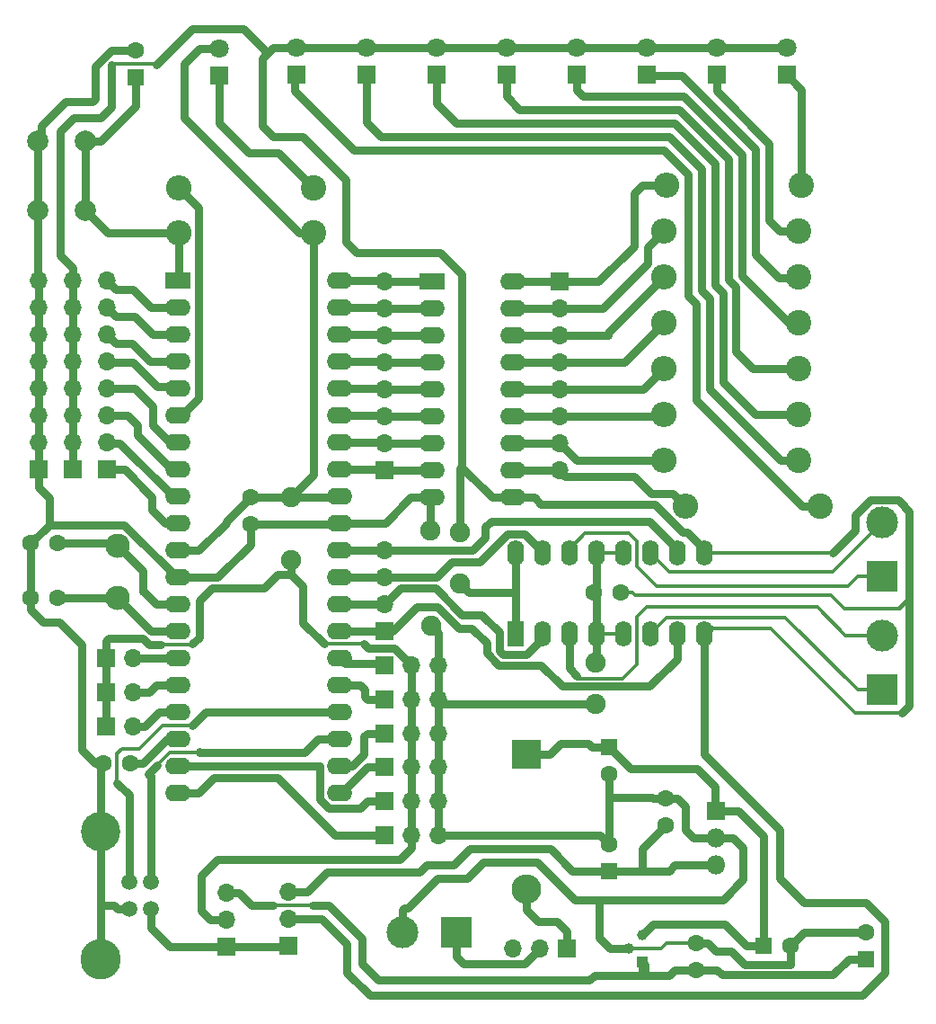
<source format=gbr>
G04 #@! TF.FileFunction,Copper,L2,Bot,Signal*
%FSLAX46Y46*%
G04 Gerber Fmt 4.6, Leading zero omitted, Abs format (unit mm)*
G04 Created by KiCad (PCBNEW 4.0.6) date Sat Sep  2 21:00:00 2017*
%MOMM*%
%LPD*%
G01*
G04 APERTURE LIST*
%ADD10C,0.100000*%
%ADD11C,1.520000*%
%ADD12C,3.700000*%
%ADD13C,3.800000*%
%ADD14R,1.600000X2.400000*%
%ADD15O,1.600000X2.400000*%
%ADD16R,1.700000X1.700000*%
%ADD17O,1.700000X1.700000*%
%ADD18R,3.000000X3.000000*%
%ADD19C,3.000000*%
%ADD20R,1.600000X1.600000*%
%ADD21C,1.600000*%
%ADD22R,1.800000X1.800000*%
%ADD23C,1.800000*%
%ADD24R,2.800000X2.800000*%
%ADD25O,2.800000X2.800000*%
%ADD26C,2.400000*%
%ADD27O,2.400000X2.400000*%
%ADD28C,2.000000*%
%ADD29R,2.400000X1.600000*%
%ADD30O,2.400000X1.600000*%
%ADD31O,1.800000X1.800000*%
%ADD32C,2.300000*%
%ADD33C,1.000000*%
%ADD34R,1.000000X1.000000*%
%ADD35C,1.910000*%
%ADD36C,0.800000*%
%ADD37C,0.300000*%
G04 APERTURE END LIST*
D10*
D11*
X99442000Y-139530000D03*
X99442000Y-142070000D03*
X97442000Y-142070000D03*
X97442000Y-139530000D03*
D12*
X94742000Y-134800000D03*
D13*
X94742000Y-146800000D03*
D14*
X133840000Y-116190000D03*
D15*
X151620000Y-108570000D03*
X136380000Y-116190000D03*
X149080000Y-108570000D03*
X138920000Y-116190000D03*
X146540000Y-108570000D03*
X141460000Y-116190000D03*
X144000000Y-108570000D03*
X144000000Y-116190000D03*
X141460000Y-108570000D03*
X146540000Y-116190000D03*
X138920000Y-108570000D03*
X149080000Y-116190000D03*
X136380000Y-108570000D03*
X151620000Y-116190000D03*
X133840000Y-108570000D03*
D16*
X106580000Y-145660000D03*
D17*
X106580000Y-143120000D03*
X106580000Y-140580000D03*
D18*
X168402000Y-121412000D03*
D19*
X168402000Y-116332000D03*
D20*
X98044000Y-63754000D03*
D21*
X98044000Y-61254000D03*
X108840000Y-105790000D03*
X108840000Y-103290000D03*
X88160000Y-107630000D03*
X90660000Y-107630000D03*
X88160000Y-112740000D03*
X90660000Y-112740000D03*
X97510000Y-128360000D03*
X95010000Y-128360000D03*
D20*
X142623255Y-126826989D03*
D21*
X142623255Y-129326989D03*
D20*
X157240000Y-145542000D03*
D21*
X159740000Y-145542000D03*
D20*
X142623255Y-138470989D03*
D21*
X142623255Y-135970989D03*
D20*
X166878000Y-146772000D03*
D21*
X166878000Y-144272000D03*
X150876000Y-147788000D03*
X150876000Y-145288000D03*
X147957255Y-134152989D03*
X147957255Y-131652989D03*
X141224000Y-112268000D03*
X143724000Y-112268000D03*
D22*
X105920000Y-63550000D03*
D23*
X105920000Y-61010000D03*
D24*
X134874000Y-127508000D03*
D25*
X134874000Y-140208000D03*
D22*
X159404000Y-63540000D03*
D23*
X159404000Y-61000000D03*
D22*
X152800000Y-63540000D03*
D23*
X152800000Y-61000000D03*
D22*
X146196000Y-63540000D03*
D23*
X146196000Y-61000000D03*
D22*
X139592000Y-63540000D03*
D23*
X139592000Y-61000000D03*
D22*
X132988000Y-63540000D03*
D23*
X132988000Y-61000000D03*
D22*
X126384000Y-63540000D03*
D23*
X126384000Y-61000000D03*
D22*
X119780000Y-63540000D03*
D23*
X119780000Y-61000000D03*
D22*
X113176000Y-63540000D03*
D23*
X113176000Y-61000000D03*
D16*
X121510000Y-135130000D03*
D17*
X124050000Y-135130000D03*
X126590000Y-135130000D03*
D16*
X121510000Y-131930000D03*
D17*
X124050000Y-131930000D03*
X126590000Y-131930000D03*
D16*
X121510000Y-128720000D03*
D17*
X124050000Y-128720000D03*
X126590000Y-128720000D03*
D16*
X112450000Y-145530000D03*
D17*
X112450000Y-142990000D03*
X112450000Y-140450000D03*
D16*
X121510000Y-125530000D03*
D17*
X124050000Y-125530000D03*
X126590000Y-125530000D03*
D16*
X121510000Y-122330000D03*
D17*
X124050000Y-122330000D03*
X126590000Y-122330000D03*
D16*
X121510000Y-119130000D03*
D17*
X124050000Y-119130000D03*
X126590000Y-119130000D03*
D16*
X95370000Y-100670000D03*
D17*
X95370000Y-98130000D03*
X95370000Y-95590000D03*
X95370000Y-93050000D03*
X95370000Y-90510000D03*
X95370000Y-87970000D03*
X95370000Y-85430000D03*
X95370000Y-82890000D03*
D16*
X88870000Y-100670000D03*
D17*
X88870000Y-98130000D03*
X88870000Y-95590000D03*
X88870000Y-93050000D03*
X88870000Y-90510000D03*
X88870000Y-87970000D03*
X88870000Y-85430000D03*
X88870000Y-82890000D03*
D16*
X121510000Y-115920000D03*
D17*
X121510000Y-113380000D03*
X121510000Y-110840000D03*
X121510000Y-108300000D03*
D16*
X92120000Y-100670000D03*
D17*
X92120000Y-98130000D03*
X92120000Y-95590000D03*
X92120000Y-93050000D03*
X92120000Y-90510000D03*
X92120000Y-87970000D03*
X92120000Y-85430000D03*
X92120000Y-82890000D03*
D16*
X138684000Y-145796000D03*
D17*
X136144000Y-145796000D03*
X133604000Y-145796000D03*
D18*
X128270000Y-144272000D03*
D19*
X123190000Y-144272000D03*
D18*
X168402000Y-110744000D03*
D19*
X168402000Y-105664000D03*
D16*
X121500000Y-100750000D03*
D17*
X121500000Y-98210000D03*
X121500000Y-95670000D03*
X121500000Y-93130000D03*
X121500000Y-90590000D03*
X121500000Y-88050000D03*
X121500000Y-85510000D03*
X121500000Y-82970000D03*
D16*
X138000000Y-83000000D03*
D17*
X138000000Y-85540000D03*
X138000000Y-88080000D03*
X138000000Y-90620000D03*
X138000000Y-93160000D03*
X138000000Y-95700000D03*
X138000000Y-98240000D03*
X138000000Y-100780000D03*
D26*
X114770000Y-74140000D03*
D27*
X102070000Y-74140000D03*
D26*
X114780000Y-78400000D03*
D27*
X102080000Y-78400000D03*
D26*
X160782000Y-73914000D03*
D27*
X148082000Y-73914000D03*
D26*
X160528000Y-82550000D03*
D27*
X147828000Y-82550000D03*
D26*
X160528000Y-91186000D03*
D27*
X147828000Y-91186000D03*
D26*
X160528000Y-99822000D03*
D27*
X147828000Y-99822000D03*
D26*
X160528000Y-78232000D03*
D27*
X147828000Y-78232000D03*
D26*
X160528000Y-86868000D03*
D27*
X147828000Y-86868000D03*
D26*
X160528000Y-95504000D03*
D27*
X147828000Y-95504000D03*
D26*
X162540000Y-104140000D03*
D27*
X149840000Y-104140000D03*
D28*
X88820000Y-69780000D03*
X93320000Y-69780000D03*
X88820000Y-76280000D03*
X93320000Y-76280000D03*
D29*
X102000000Y-82900000D03*
D30*
X117240000Y-131160000D03*
X102000000Y-85440000D03*
X117240000Y-128620000D03*
X102000000Y-87980000D03*
X117240000Y-126080000D03*
X102000000Y-90520000D03*
X117240000Y-123540000D03*
X102000000Y-93060000D03*
X117240000Y-121000000D03*
X102000000Y-95600000D03*
X117240000Y-118460000D03*
X102000000Y-98140000D03*
X117240000Y-115920000D03*
X102000000Y-100680000D03*
X117240000Y-113380000D03*
X102000000Y-103220000D03*
X117240000Y-110840000D03*
X102000000Y-105760000D03*
X117240000Y-108300000D03*
X102000000Y-108300000D03*
X117240000Y-105760000D03*
X102000000Y-110840000D03*
X117240000Y-103220000D03*
X102000000Y-113380000D03*
X117240000Y-100680000D03*
X102000000Y-115920000D03*
X117240000Y-98140000D03*
X102000000Y-118460000D03*
X117240000Y-95600000D03*
X102000000Y-121000000D03*
X117240000Y-93060000D03*
X102000000Y-123540000D03*
X117240000Y-90520000D03*
X102000000Y-126080000D03*
X117240000Y-87980000D03*
X102000000Y-128620000D03*
X117240000Y-85440000D03*
X102000000Y-131160000D03*
X117240000Y-82900000D03*
D22*
X152758000Y-132842000D03*
D31*
X152758000Y-135382000D03*
X152758000Y-137922000D03*
D29*
X126000000Y-83000000D03*
D30*
X133620000Y-103320000D03*
X126000000Y-85540000D03*
X133620000Y-100780000D03*
X126000000Y-88080000D03*
X133620000Y-98240000D03*
X126000000Y-90620000D03*
X133620000Y-95700000D03*
X126000000Y-93160000D03*
X133620000Y-93160000D03*
X126000000Y-95700000D03*
X133620000Y-90620000D03*
X126000000Y-98240000D03*
X133620000Y-88080000D03*
X126000000Y-100780000D03*
X133620000Y-85540000D03*
X126000000Y-103320000D03*
X133620000Y-83000000D03*
D32*
X96340000Y-107850000D03*
X96340000Y-112750000D03*
D16*
X95240000Y-118470000D03*
D17*
X97780000Y-118470000D03*
D16*
X95220000Y-121680000D03*
D17*
X97760000Y-121680000D03*
D16*
X95220000Y-124860000D03*
D17*
X97760000Y-124860000D03*
D33*
X144526000Y-145796000D03*
X145796000Y-144526000D03*
D34*
X145796000Y-147066000D03*
D35*
X141430000Y-122800000D03*
X141430000Y-118870000D03*
X125840000Y-106400000D03*
X125890000Y-115400000D03*
X112730000Y-109250000D03*
X112700000Y-103290000D03*
X128650000Y-106570000D03*
X128650000Y-111410000D03*
D36*
X94734213Y-69780000D02*
X93320000Y-69780000D01*
X98044000Y-66470213D02*
X94734213Y-69780000D01*
X98044000Y-63754000D02*
X98044000Y-66470213D01*
X93320000Y-76280000D02*
X93320000Y-69780000D01*
X102080000Y-78400000D02*
X95440000Y-78400000D01*
X95440000Y-78400000D02*
X93320000Y-76280000D01*
X102080000Y-78400000D02*
X102080000Y-82820000D01*
X102080000Y-82820000D02*
X102000000Y-82900000D01*
X142520000Y-141224000D02*
X141732000Y-141224000D01*
X141732000Y-141224000D02*
X139446000Y-141224000D01*
X142748000Y-145796000D02*
X141732000Y-144780000D01*
X141732000Y-144780000D02*
X141732000Y-141224000D01*
X144526000Y-145796000D02*
X142748000Y-145796000D01*
D37*
X147574000Y-145796000D02*
X148082000Y-145288000D01*
X148082000Y-145288000D02*
X150876000Y-145288000D01*
X144526000Y-145796000D02*
X147574000Y-145796000D01*
D36*
X142520000Y-141224000D02*
X153376000Y-141224000D01*
X154352000Y-135382000D02*
X152758000Y-135382000D01*
X155290000Y-136320000D02*
X154352000Y-135382000D01*
X155290000Y-139310000D02*
X155290000Y-136320000D01*
X153376000Y-141224000D02*
X155290000Y-139310000D01*
X95368011Y-61603989D02*
X95718000Y-61254000D01*
X95718000Y-61254000D02*
X98044000Y-61254000D01*
X95343783Y-61603989D02*
X95368011Y-61603989D01*
X147957255Y-131652989D02*
X149088625Y-131652989D01*
X149088625Y-131652989D02*
X149860000Y-132424364D01*
X149860000Y-132424364D02*
X149860000Y-134620000D01*
X149860000Y-134620000D02*
X150622000Y-135382000D01*
X150622000Y-135382000D02*
X153162000Y-135382000D01*
X89154000Y-69446000D02*
X88820000Y-69780000D01*
X95343783Y-61603989D02*
X94234000Y-62713772D01*
X94234000Y-62713772D02*
X94234000Y-65786000D01*
X94234000Y-65786000D02*
X93980000Y-66040000D01*
X93980000Y-66040000D02*
X91440000Y-66040000D01*
X91440000Y-66040000D02*
X89154000Y-68326000D01*
X89154000Y-68326000D02*
X89154000Y-69446000D01*
X166878000Y-144272000D02*
X161010000Y-144272000D01*
X161010000Y-144272000D02*
X159740000Y-145542000D01*
X155417990Y-147289990D02*
X159766000Y-147289990D01*
X159740000Y-145542000D02*
X159740000Y-146673370D01*
X159740000Y-146673370D02*
X159766000Y-146699370D01*
X159766000Y-146699370D02*
X159766000Y-147289990D01*
X150876000Y-145288000D02*
X152007370Y-145288000D01*
X154178000Y-146050000D02*
X155417990Y-147289990D01*
X152007370Y-145288000D02*
X152769370Y-146050000D01*
X152769370Y-146050000D02*
X154178000Y-146050000D01*
X141430000Y-122800000D02*
X127060000Y-122800000D01*
X127060000Y-122800000D02*
X126590000Y-122330000D01*
X141460000Y-116190000D02*
X141460000Y-118840000D01*
X141460000Y-118840000D02*
X141430000Y-118870000D01*
X125840000Y-106400000D02*
X125840000Y-103480000D01*
X125840000Y-103480000D02*
X126000000Y-103320000D01*
X126590000Y-119130000D02*
X126590000Y-116100000D01*
X126590000Y-116100000D02*
X125890000Y-115400000D01*
X88820000Y-76280000D02*
X88820000Y-82840000D01*
X88820000Y-82840000D02*
X88870000Y-82890000D01*
X88820000Y-69780000D02*
X88820000Y-76280000D01*
X123190000Y-142150680D02*
X123190000Y-144272000D01*
X139446000Y-141224000D02*
X135890000Y-137668000D01*
X129286000Y-139192000D02*
X126492000Y-139192000D01*
X123354680Y-141986000D02*
X123190000Y-142150680D01*
X135890000Y-137668000D02*
X130810000Y-137668000D01*
X130810000Y-137668000D02*
X129286000Y-139192000D01*
X126492000Y-139192000D02*
X123698000Y-141986000D01*
X123698000Y-141986000D02*
X123354680Y-141986000D01*
X126590000Y-135130000D02*
X141782266Y-135130000D01*
X141782266Y-135130000D02*
X142623255Y-135970989D01*
X142623255Y-135970989D02*
X142623255Y-131572000D01*
X142623255Y-131572000D02*
X142623255Y-129326989D01*
X147957255Y-131652989D02*
X146825885Y-131652989D01*
X146825885Y-131652989D02*
X146744896Y-131572000D01*
X146744896Y-131572000D02*
X142623255Y-131572000D01*
X148211255Y-131398989D02*
X147957255Y-131652989D01*
X141460000Y-108570000D02*
X141460000Y-112032000D01*
X141460000Y-112032000D02*
X141460000Y-116190000D01*
X94742000Y-136709188D02*
X94742000Y-141732000D01*
X94742000Y-141732000D02*
X94742000Y-146800000D01*
X97442000Y-142070000D02*
X96367198Y-142070000D01*
X96367198Y-142070000D02*
X96029198Y-141732000D01*
X96029198Y-141732000D02*
X94742000Y-141732000D01*
X94742000Y-134800000D02*
X94742000Y-136709188D01*
X126590000Y-122330000D02*
X126590000Y-119130000D01*
X126590000Y-125530000D02*
X126590000Y-122330000D01*
X126590000Y-128720000D02*
X126590000Y-125530000D01*
X126590000Y-131930000D02*
X126590000Y-128720000D01*
X126590000Y-135130000D02*
X126590000Y-131930000D01*
D37*
X141460000Y-108570000D02*
X144000000Y-108570000D01*
X144000000Y-116190000D02*
X141460000Y-116190000D01*
D36*
X94742000Y-134800000D02*
X94742000Y-128628000D01*
X94742000Y-128628000D02*
X95010000Y-128360000D01*
X88160000Y-112740000D02*
X88160000Y-113871370D01*
X88160000Y-113871370D02*
X89338630Y-115050000D01*
X89338630Y-115050000D02*
X90860000Y-115050000D01*
X90860000Y-115050000D02*
X92970000Y-117160000D01*
X92970000Y-127110000D02*
X94220000Y-128360000D01*
X94220000Y-128360000D02*
X95010000Y-128360000D01*
X92970000Y-117160000D02*
X92970000Y-127110000D01*
X123990000Y-103310000D02*
X121540000Y-105760000D01*
X121540000Y-105760000D02*
X117240000Y-105760000D01*
X126000000Y-103320000D02*
X124000000Y-103320000D01*
X124000000Y-103320000D02*
X123990000Y-103310000D01*
X88870000Y-100670000D02*
X88870000Y-102320000D01*
X88870000Y-102320000D02*
X89890000Y-103340000D01*
X89890000Y-103340000D02*
X89890000Y-105900000D01*
X88870000Y-100670000D02*
X88870000Y-98130000D01*
X88870000Y-98130000D02*
X88870000Y-95590000D01*
X88870000Y-95590000D02*
X88870000Y-93050000D01*
X88870000Y-93050000D02*
X88870000Y-90510000D01*
X88870000Y-90510000D02*
X88870000Y-87970000D01*
X88870000Y-87970000D02*
X88870000Y-85430000D01*
X88870000Y-82890000D02*
X88870000Y-85430000D01*
X108840000Y-105790000D02*
X117210000Y-105790000D01*
X117210000Y-105790000D02*
X117240000Y-105760000D01*
X105780000Y-110840000D02*
X108840000Y-107780000D01*
X108840000Y-107780000D02*
X108840000Y-105790000D01*
X102000000Y-110840000D02*
X105780000Y-110840000D01*
X88160000Y-112740000D02*
X88160000Y-107630000D01*
X96980002Y-105900000D02*
X89890000Y-105900000D01*
X89890000Y-105900000D02*
X88160000Y-107630000D01*
X102000000Y-110840000D02*
X101920002Y-110840000D01*
X101920002Y-110840000D02*
X96980002Y-105900000D01*
X114780000Y-78400000D02*
X113452000Y-78400000D01*
X113452000Y-78400000D02*
X102616000Y-67564000D01*
X102616000Y-67564000D02*
X102616000Y-62484000D01*
X102616000Y-62484000D02*
X104090000Y-61010000D01*
X104090000Y-61010000D02*
X105920000Y-61010000D01*
X124050000Y-135130000D02*
X124050000Y-136332081D01*
X105090000Y-143120000D02*
X106580000Y-143120000D01*
X124050000Y-136332081D02*
X122968081Y-137414000D01*
X122968081Y-137414000D02*
X105746000Y-137414000D01*
X104220000Y-138940000D02*
X104220000Y-142250000D01*
X105746000Y-137414000D02*
X104220000Y-138940000D01*
X104220000Y-142250000D02*
X105090000Y-143120000D01*
X114780000Y-78400000D02*
X114780000Y-101210000D01*
X114780000Y-101210000D02*
X112700000Y-103290000D01*
X124050000Y-135130000D02*
X124050000Y-131930000D01*
X124050000Y-131930000D02*
X124050000Y-128720000D01*
D37*
X100390000Y-117180000D02*
X102766359Y-117180000D01*
D36*
X99355773Y-117180000D02*
X100390000Y-117180000D01*
D37*
X103350000Y-117180000D02*
X103420000Y-117110000D01*
D36*
X104070000Y-116460000D02*
X103420000Y-117110000D01*
X104070000Y-116460000D02*
X104070000Y-113040000D01*
X104070000Y-113040000D02*
X105269990Y-111840010D01*
X105269990Y-111840010D02*
X110139990Y-111840010D01*
X110139990Y-111840010D02*
X111379427Y-110600573D01*
X111379427Y-110600573D02*
X112730000Y-110600573D01*
D37*
X102766359Y-117180000D02*
X103350000Y-117180000D01*
D36*
X95490000Y-116570000D02*
X98745773Y-116570000D01*
X98745773Y-116570000D02*
X99355773Y-117180000D01*
X95240000Y-118470000D02*
X95240000Y-116820000D01*
X95240000Y-116820000D02*
X95490000Y-116570000D01*
X124050000Y-125530000D02*
X124050000Y-128720000D01*
X124050000Y-122330000D02*
X124050000Y-125530000D01*
X124050000Y-119130000D02*
X124050000Y-122330000D01*
X124050000Y-119130000D02*
X122450000Y-117530000D01*
X122450000Y-117530000D02*
X120000000Y-117530000D01*
X120000000Y-117530000D02*
X119590001Y-117120001D01*
X113800000Y-111670573D02*
X113800000Y-115120000D01*
X113800000Y-115120000D02*
X115800001Y-117120001D01*
D37*
X120000000Y-117530000D02*
X122450000Y-117530000D01*
X119590001Y-117120001D02*
X120000000Y-117530000D01*
X113800000Y-115120000D02*
X115800001Y-117120001D01*
X115800001Y-117120001D02*
X119590001Y-117120001D01*
D36*
X112730000Y-109250000D02*
X112730000Y-110600573D01*
X112730000Y-110600573D02*
X113800000Y-111670573D01*
X112970000Y-103290000D02*
X117170000Y-103290000D01*
X112490000Y-103290000D02*
X112970000Y-103290000D01*
X112970000Y-103290000D02*
X112700000Y-103290000D01*
X108840000Y-103290000D02*
X112490000Y-103290000D01*
X95240000Y-118470000D02*
X95240000Y-121660000D01*
X95240000Y-121660000D02*
X95220000Y-121680000D01*
X95220000Y-124860000D02*
X95220000Y-121680000D01*
X117170000Y-103290000D02*
X117240000Y-103220000D01*
X106580000Y-105720000D02*
X106580000Y-105550000D01*
X106580000Y-105550000D02*
X108840000Y-103290000D01*
X102000000Y-108300000D02*
X104000000Y-108300000D01*
X104000000Y-108300000D02*
X106580000Y-105720000D01*
X90660000Y-107630000D02*
X96120000Y-107630000D01*
X96120000Y-107630000D02*
X96340000Y-107850000D01*
X98700000Y-112150000D02*
X98700000Y-110210000D01*
X98700000Y-110210000D02*
X96340000Y-107850000D01*
X98770000Y-112150000D02*
X98700000Y-112150000D01*
X102000000Y-113380000D02*
X100000000Y-113380000D01*
X100000000Y-113380000D02*
X98770000Y-112150000D01*
X90660000Y-112740000D02*
X96330000Y-112740000D01*
X96330000Y-112740000D02*
X96340000Y-112750000D01*
X96340000Y-112750000D02*
X99510000Y-115920000D01*
X99510000Y-115920000D02*
X102000000Y-115920000D01*
X102000000Y-126080000D02*
X101010000Y-126080000D01*
X101010000Y-126080000D02*
X98730000Y-128360000D01*
X98730000Y-128360000D02*
X97510000Y-128360000D01*
X105920000Y-63550000D02*
X105920000Y-66800000D01*
X105920000Y-66800000D02*
X105918000Y-66802000D01*
X105918000Y-66802000D02*
X105918000Y-68072000D01*
X105918000Y-68072000D02*
X108736000Y-70890000D01*
X108736000Y-70890000D02*
X111520000Y-70890000D01*
X111520000Y-70890000D02*
X114770000Y-74140000D01*
D37*
X101263641Y-127330000D02*
X100076000Y-128517641D01*
D36*
X99230000Y-129363641D02*
X100076000Y-128517641D01*
X99230000Y-129363641D02*
X99442000Y-129575641D01*
X99442000Y-129575641D02*
X99442000Y-139530000D01*
X113860000Y-127330000D02*
X104110000Y-127330000D01*
X104050000Y-127270000D02*
X104050000Y-127330000D01*
X104110000Y-127330000D02*
X104050000Y-127270000D01*
D37*
X113990000Y-127330000D02*
X113860000Y-127330000D01*
X104050000Y-127330000D02*
X101263641Y-127330000D01*
D36*
X117240000Y-126080000D02*
X115240000Y-126080000D01*
X115240000Y-126080000D02*
X113990000Y-127330000D01*
X96300000Y-130210000D02*
X97442000Y-131352000D01*
X97442000Y-131352000D02*
X97442000Y-139530000D01*
X104640000Y-123540000D02*
X117240000Y-123540000D01*
X103380000Y-124800000D02*
X104640000Y-123540000D01*
D37*
X100580000Y-124800000D02*
X103380000Y-124800000D01*
X98360000Y-127020000D02*
X100580000Y-124800000D01*
X96740000Y-127020000D02*
X98360000Y-127020000D01*
X96300000Y-127460000D02*
X96740000Y-127020000D01*
X96300000Y-130210000D02*
X96300000Y-127460000D01*
X96670000Y-130580000D02*
X96300000Y-130210000D01*
D36*
X102070000Y-74140000D02*
X104000000Y-76070000D01*
X104000000Y-76070000D02*
X104000000Y-94000000D01*
X104000000Y-94000000D02*
X102400000Y-95600000D01*
X102400000Y-95600000D02*
X102000000Y-95600000D01*
X145796000Y-144526000D02*
X146812000Y-143510000D01*
X153608000Y-143510000D02*
X155640000Y-145542000D01*
X146812000Y-143510000D02*
X153608000Y-143510000D01*
X155640000Y-145542000D02*
X157240000Y-145542000D01*
X142623255Y-126826989D02*
X144655255Y-128858989D01*
X144655255Y-128858989D02*
X150956989Y-128858989D01*
X150956989Y-128858989D02*
X152672979Y-130574979D01*
X152672979Y-130574979D02*
X152672979Y-132569021D01*
X152672979Y-132569021D02*
X152654000Y-132588000D01*
X152654000Y-132588000D02*
X152908000Y-132842000D01*
X152908000Y-132842000D02*
X154862000Y-132842000D01*
X154862000Y-132842000D02*
X157240000Y-135220000D01*
X157240000Y-135220000D02*
X157240000Y-143942000D01*
X157240000Y-143942000D02*
X157240000Y-145542000D01*
X142623255Y-126826989D02*
X141023255Y-126826989D01*
X141023255Y-126826989D02*
X140688266Y-126492000D01*
X140688266Y-126492000D02*
X138090000Y-126492000D01*
X134874000Y-127508000D02*
X137074000Y-127508000D01*
X137074000Y-127508000D02*
X138090000Y-126492000D01*
X102000000Y-128620000D02*
X115395772Y-128620000D01*
X119229990Y-132560010D02*
X119860000Y-131930000D01*
X115395772Y-128620000D02*
X115439990Y-128575782D01*
X115439990Y-131739903D02*
X116260097Y-132560010D01*
X115439990Y-128575782D02*
X115439990Y-131739903D01*
X116260097Y-132560010D02*
X119229990Y-132560010D01*
X119860000Y-131930000D02*
X121510000Y-131930000D01*
X102000000Y-131160000D02*
X104000000Y-131160000D01*
X104000000Y-131160000D02*
X105450000Y-129710000D01*
X105450000Y-129710000D02*
X111410000Y-129710000D01*
X111410000Y-129710000D02*
X116830000Y-135130000D01*
X116830000Y-135130000D02*
X121510000Y-135130000D01*
X117510000Y-131160000D02*
X117510000Y-131070000D01*
X117510000Y-131070000D02*
X119860000Y-128720000D01*
X119860000Y-128720000D02*
X121510000Y-128720000D01*
X117240000Y-131160000D02*
X117510000Y-131160000D01*
X117240000Y-128620000D02*
X118470000Y-128620000D01*
X118470000Y-128620000D02*
X119560000Y-127530000D01*
X119560000Y-127530000D02*
X119560000Y-125830000D01*
X119560000Y-125830000D02*
X119860000Y-125530000D01*
X119860000Y-125530000D02*
X121510000Y-125530000D01*
X121510000Y-115920000D02*
X122240000Y-115920000D01*
X129710000Y-115630000D02*
X131120000Y-117040000D01*
X122240000Y-115920000D02*
X124540000Y-113620000D01*
X146459990Y-121110010D02*
X149080000Y-118490000D01*
X124540000Y-113620000D02*
X126530000Y-113620000D01*
X126530000Y-113620000D02*
X128540000Y-115630000D01*
X128540000Y-115630000D02*
X129710000Y-115630000D01*
X131120000Y-117040000D02*
X131120000Y-117964229D01*
X149080000Y-118490000D02*
X149080000Y-116190000D01*
X131120000Y-117964229D02*
X132255781Y-119100010D01*
X132255781Y-119100010D02*
X136239990Y-119100010D01*
X136239990Y-119100010D02*
X138249990Y-121110010D01*
X138249990Y-121110010D02*
X146459990Y-121110010D01*
X117240000Y-115920000D02*
X121510000Y-115920000D01*
X136380000Y-116190000D02*
X136380000Y-116590000D01*
X132340000Y-116010000D02*
X130680000Y-114350000D01*
X136380000Y-116590000D02*
X134870000Y-118100000D01*
X134870000Y-118100000D02*
X132669998Y-118100000D01*
X132669998Y-118100000D02*
X132340000Y-117770002D01*
X132340000Y-117770002D02*
X132340000Y-116010000D01*
X130680000Y-114350000D02*
X128790000Y-114350000D01*
X128790000Y-114350000D02*
X126300000Y-111860000D01*
X126300000Y-111860000D02*
X123030000Y-111860000D01*
X123030000Y-111860000D02*
X121510000Y-113380000D01*
X117240000Y-113380000D02*
X121510000Y-113380000D01*
X136380000Y-108570000D02*
X136380000Y-108430000D01*
X136380000Y-108430000D02*
X134719990Y-106769990D01*
X126420000Y-110840000D02*
X121510000Y-110840000D01*
X134719990Y-106769990D02*
X133090010Y-106769990D01*
X133090010Y-106769990D02*
X130470000Y-109390000D01*
X130470000Y-109390000D02*
X127870000Y-109390000D01*
X127870000Y-109390000D02*
X126420000Y-110840000D01*
X117240000Y-110840000D02*
X121510000Y-110840000D01*
X121510000Y-108300000D02*
X129780000Y-108300000D01*
X131555773Y-105540000D02*
X146450000Y-105540000D01*
X129780000Y-108300000D02*
X131005773Y-107074227D01*
X131005773Y-107074227D02*
X131005773Y-106090000D01*
X146450000Y-105540000D02*
X149080000Y-108170000D01*
X149080000Y-108170000D02*
X149080000Y-108570000D01*
X131005773Y-106090000D02*
X131555773Y-105540000D01*
X117240000Y-108300000D02*
X121510000Y-108300000D01*
D37*
X159300011Y-114610011D02*
X166102000Y-121412000D01*
X148119989Y-114610011D02*
X159300011Y-114610011D01*
X146540000Y-116190000D02*
X148119989Y-114610011D01*
X166102000Y-121412000D02*
X168402000Y-121412000D01*
D36*
X139652000Y-120110000D02*
X138920000Y-119378000D01*
X138920000Y-119378000D02*
X138920000Y-116190000D01*
D37*
X145280000Y-118364000D02*
X145280000Y-114562000D01*
X145280000Y-119010000D02*
X145280000Y-118364000D01*
X139652000Y-120110000D02*
X139870000Y-120360000D01*
X139870000Y-120360000D02*
X143930000Y-120360000D01*
X143930000Y-120360000D02*
X145280000Y-119010000D01*
X145280000Y-114562000D02*
X146202000Y-113640000D01*
X146202000Y-113640000D02*
X162278000Y-113640000D01*
X162278000Y-113640000D02*
X164970000Y-116332000D01*
X164970000Y-116332000D02*
X168402000Y-116332000D01*
X145430000Y-109980000D02*
X145430087Y-109980000D01*
X165146000Y-111700000D02*
X166102000Y-110744000D01*
X145430087Y-109980000D02*
X147150087Y-111700000D01*
X147150087Y-111700000D02*
X165146000Y-111700000D01*
X166102000Y-110744000D02*
X168402000Y-110744000D01*
X145288000Y-109838000D02*
X145430000Y-109980000D01*
X138920000Y-108570000D02*
X138920000Y-108170000D01*
X138920000Y-108170000D02*
X140410000Y-106680000D01*
X140410000Y-106680000D02*
X144566359Y-106680000D01*
X144566359Y-106680000D02*
X145288000Y-107401641D01*
X145288000Y-107401641D02*
X145288000Y-109838000D01*
X168402000Y-105664000D02*
X163716000Y-110350000D01*
X163716000Y-110350000D02*
X148320000Y-110350000D01*
X148320000Y-110350000D02*
X146540000Y-108570000D01*
D36*
X160528000Y-86868000D02*
X159588000Y-86868000D01*
X155210000Y-82490000D02*
X155210000Y-71070000D01*
X139592000Y-64952000D02*
X139592000Y-63540000D01*
X159588000Y-86868000D02*
X155210000Y-82490000D01*
X155210000Y-71070000D02*
X149690000Y-65550000D01*
X149690000Y-65550000D02*
X140190000Y-65550000D01*
X140190000Y-65550000D02*
X139592000Y-64952000D01*
X160528000Y-91186000D02*
X160504000Y-91210000D01*
X160504000Y-91210000D02*
X156170000Y-91210000D01*
X156170000Y-91210000D02*
X154560000Y-89600000D01*
X154560000Y-89600000D02*
X154560000Y-83450000D01*
X154560000Y-83450000D02*
X153950000Y-82840000D01*
X153950000Y-82840000D02*
X153950000Y-71470000D01*
X153950000Y-71470000D02*
X149240000Y-66760000D01*
X149240000Y-66760000D02*
X134190000Y-66760000D01*
X134190000Y-66760000D02*
X132988000Y-65558000D01*
X132988000Y-65558000D02*
X132988000Y-63540000D01*
X160528000Y-95504000D02*
X156464000Y-95504000D01*
X156464000Y-95504000D02*
X153416000Y-92456000D01*
X126380000Y-66182000D02*
X126380000Y-63544000D01*
X153416000Y-92456000D02*
X153416000Y-84074000D01*
X153416000Y-84074000D02*
X152654000Y-83312000D01*
X152654000Y-83312000D02*
X152654000Y-71882000D01*
X152654000Y-71882000D02*
X148844000Y-68072000D01*
X148844000Y-68072000D02*
X128270000Y-68072000D01*
X128270000Y-68072000D02*
X126380000Y-66182000D01*
X126380000Y-63544000D02*
X126384000Y-63540000D01*
X160528000Y-99822000D02*
X158830944Y-99822000D01*
X158830944Y-99822000D02*
X152146000Y-93137056D01*
X152146000Y-93137056D02*
X152146000Y-84582000D01*
X152146000Y-84582000D02*
X151384000Y-83820000D01*
X151384000Y-83820000D02*
X151384000Y-72390000D01*
X151384000Y-72390000D02*
X148336000Y-69342000D01*
X148336000Y-69342000D02*
X121158000Y-69342000D01*
X121158000Y-69342000D02*
X119780000Y-67964000D01*
X119780000Y-67964000D02*
X119780000Y-63540000D01*
X150876000Y-93472000D02*
X150876000Y-92030000D01*
X162540000Y-104140000D02*
X160842944Y-104140000D01*
X150876000Y-92030000D02*
X150876000Y-85049130D01*
X160842944Y-104140000D02*
X150876000Y-94173056D01*
X150876000Y-94173056D02*
X150876000Y-92030000D01*
X150876000Y-85049130D02*
X150114000Y-84287130D01*
X150114000Y-84287130D02*
X150114000Y-72898000D01*
X113030000Y-65024000D02*
X113030000Y-63686000D01*
X150114000Y-72898000D02*
X147828000Y-70612000D01*
X147828000Y-70612000D02*
X118618000Y-70612000D01*
X118618000Y-70612000D02*
X113030000Y-65024000D01*
X113030000Y-63686000D02*
X113176000Y-63540000D01*
X121500000Y-100750000D02*
X125970000Y-100750000D01*
X125970000Y-100750000D02*
X126000000Y-100780000D01*
X117240000Y-100680000D02*
X121430000Y-100680000D01*
X121430000Y-100680000D02*
X121500000Y-100750000D01*
X121500000Y-98210000D02*
X125970000Y-98210000D01*
X125970000Y-98210000D02*
X126000000Y-98240000D01*
X117240000Y-98140000D02*
X121430000Y-98140000D01*
X121430000Y-98140000D02*
X121500000Y-98210000D01*
X121500000Y-95670000D02*
X125970000Y-95670000D01*
X125970000Y-95670000D02*
X126000000Y-95700000D01*
X117240000Y-95600000D02*
X121430000Y-95600000D01*
X121430000Y-95600000D02*
X121500000Y-95670000D01*
X121500000Y-93130000D02*
X125970000Y-93130000D01*
X125970000Y-93130000D02*
X126000000Y-93160000D01*
X117240000Y-93060000D02*
X121430000Y-93060000D01*
X121430000Y-93060000D02*
X121500000Y-93130000D01*
X126000000Y-90620000D02*
X121530000Y-90620000D01*
X121530000Y-90620000D02*
X121500000Y-90590000D01*
X117240000Y-90520000D02*
X121430000Y-90520000D01*
X121430000Y-90520000D02*
X121500000Y-90590000D01*
X121500000Y-88050000D02*
X125970000Y-88050000D01*
X125970000Y-88050000D02*
X126000000Y-88080000D01*
X117240000Y-87980000D02*
X121430000Y-87980000D01*
X121430000Y-87980000D02*
X121500000Y-88050000D01*
X126000000Y-85540000D02*
X121530000Y-85540000D01*
X121530000Y-85540000D02*
X121500000Y-85510000D01*
X117240000Y-85440000D02*
X121430000Y-85440000D01*
X121430000Y-85440000D02*
X121500000Y-85510000D01*
X121500000Y-82970000D02*
X125970000Y-82970000D01*
X125970000Y-82970000D02*
X126000000Y-83000000D01*
X117240000Y-82900000D02*
X121430000Y-82900000D01*
X121430000Y-82900000D02*
X121500000Y-82970000D01*
X138000000Y-83000000D02*
X141674000Y-83000000D01*
X141674000Y-83000000D02*
X145034000Y-79640000D01*
X145796000Y-73914000D02*
X148082000Y-73914000D01*
X145034000Y-79640000D02*
X145034000Y-74676000D01*
X145034000Y-74676000D02*
X145796000Y-73914000D01*
X133620000Y-83000000D02*
X138000000Y-83000000D01*
X146304000Y-81280000D02*
X146304000Y-79756000D01*
X146304000Y-79756000D02*
X147828000Y-78232000D01*
X142044000Y-85540000D02*
X146304000Y-81280000D01*
X138000000Y-85540000D02*
X142044000Y-85540000D01*
X133620000Y-85540000D02*
X138000000Y-85540000D01*
X142552000Y-88080000D02*
X142552000Y-87826000D01*
X142552000Y-87826000D02*
X147828000Y-82550000D01*
X138000000Y-88080000D02*
X142552000Y-88080000D01*
X133620000Y-88080000D02*
X138000000Y-88080000D01*
X138000000Y-90620000D02*
X144076000Y-90620000D01*
X144076000Y-90620000D02*
X147828000Y-86868000D01*
X133620000Y-90620000D02*
X138000000Y-90620000D01*
X138000000Y-93160000D02*
X145854000Y-93160000D01*
X145854000Y-93160000D02*
X147828000Y-91186000D01*
X133620000Y-93160000D02*
X138000000Y-93160000D01*
X138000000Y-95700000D02*
X147632000Y-95700000D01*
X147632000Y-95700000D02*
X147828000Y-95504000D01*
X133620000Y-95700000D02*
X138000000Y-95700000D01*
X138000000Y-98240000D02*
X139582000Y-99822000D01*
X139582000Y-99822000D02*
X147828000Y-99822000D01*
X138000000Y-98240000D02*
X133620000Y-98240000D01*
X149840000Y-104140000D02*
X148640001Y-102940001D01*
X148640001Y-102940001D02*
X146610001Y-102940001D01*
X146610001Y-102940001D02*
X145000000Y-101330000D01*
X138550000Y-101330000D02*
X138000000Y-100780000D01*
X145000000Y-101330000D02*
X138550000Y-101330000D01*
X133620000Y-100780000D02*
X138000000Y-100780000D01*
X145796000Y-147066000D02*
X146050000Y-147320000D01*
X146050000Y-147320000D02*
X146050000Y-148336000D01*
X146050000Y-148336000D02*
X148336000Y-148336000D01*
X148336000Y-148336000D02*
X148884000Y-147788000D01*
X148884000Y-147788000D02*
X150876000Y-147788000D01*
X145796000Y-147066000D02*
X145796000Y-148336000D01*
X120910000Y-148780000D02*
X119382001Y-147252001D01*
X145796000Y-148336000D02*
X141274000Y-148336000D01*
X141274000Y-148336000D02*
X140830000Y-148780000D01*
X140830000Y-148780000D02*
X120910000Y-148780000D01*
X119382001Y-147252001D02*
X119382001Y-144872001D01*
X119382001Y-144872001D02*
X116260000Y-141750000D01*
X116260000Y-141750000D02*
X114710000Y-141750000D01*
X153329370Y-148290000D02*
X163760000Y-148290000D01*
X163760000Y-148290000D02*
X165278000Y-146772000D01*
X165278000Y-146772000D02*
X166878000Y-146772000D01*
X150876000Y-147788000D02*
X152827370Y-147788000D01*
X152827370Y-147788000D02*
X153329370Y-148290000D01*
D37*
X110990000Y-141750000D02*
X114710000Y-141750000D01*
D36*
X108952081Y-141750000D02*
X110990000Y-141750000D01*
X106580000Y-140580000D02*
X107782081Y-140580000D01*
X107782081Y-140580000D02*
X108952081Y-141750000D01*
X145755011Y-138470989D02*
X148295011Y-138470989D01*
X150368000Y-137922000D02*
X153162000Y-137922000D01*
X148295011Y-138470989D02*
X148844000Y-137922000D01*
X148844000Y-137922000D02*
X150368000Y-137922000D01*
X116050000Y-138640000D02*
X114240000Y-140450000D01*
X114240000Y-140450000D02*
X112450000Y-140450000D01*
X124758000Y-138640000D02*
X116050000Y-138640000D01*
X125476000Y-137922000D02*
X124758000Y-138640000D01*
X142623255Y-138470989D02*
X139232989Y-138470989D01*
X139232989Y-138470989D02*
X137160000Y-136398000D01*
X137160000Y-136398000D02*
X129540000Y-136398000D01*
X129540000Y-136398000D02*
X128016000Y-137922000D01*
X128016000Y-137922000D02*
X125476000Y-137922000D01*
X145755011Y-138470989D02*
X145755011Y-136355233D01*
X145755011Y-136355233D02*
X147957255Y-134152989D01*
X142623255Y-138470989D02*
X145755011Y-138470989D01*
D37*
X143724000Y-112268000D02*
X144855370Y-112268000D01*
X144855370Y-112268000D02*
X145109370Y-112522000D01*
X145109370Y-112522000D02*
X163068000Y-112522000D01*
X163068000Y-112522000D02*
X163070000Y-112520000D01*
X163070000Y-112520000D02*
X163570000Y-112520000D01*
X163570000Y-112520000D02*
X164090000Y-113040000D01*
X164090000Y-113040000D02*
X164842000Y-113792000D01*
X164842000Y-113792000D02*
X169958000Y-113792000D01*
X169958000Y-113792000D02*
X170710000Y-113040000D01*
X164842000Y-113792000D02*
X170118000Y-113792000D01*
X170118000Y-113792000D02*
X170870000Y-113040000D01*
D36*
X113176000Y-61000000D02*
X119780000Y-61000000D01*
X119780000Y-61000000D02*
X126384000Y-61000000D01*
X126384000Y-61000000D02*
X132988000Y-61000000D01*
X132988000Y-61000000D02*
X139592000Y-61000000D01*
X139592000Y-61000000D02*
X146196000Y-61000000D01*
X146196000Y-61000000D02*
X152800000Y-61000000D01*
X152800000Y-61000000D02*
X159404000Y-61000000D01*
X112450000Y-142990000D02*
X113652081Y-142990000D01*
X113652081Y-142990000D02*
X113662081Y-143000000D01*
X113662081Y-143000000D02*
X115570000Y-143000000D01*
X120110000Y-150210000D02*
X166528000Y-150210000D01*
X168656000Y-143256000D02*
X166878000Y-141478000D01*
X115570000Y-143000000D02*
X117950000Y-145380000D01*
X166878000Y-141478000D02*
X161036000Y-141478000D01*
X117950000Y-145380000D02*
X117950000Y-148050000D01*
X117950000Y-148050000D02*
X120110000Y-150210000D01*
X166528000Y-150210000D02*
X168656000Y-148082000D01*
X168656000Y-148082000D02*
X168656000Y-143256000D01*
X161036000Y-141478000D02*
X158750000Y-139192000D01*
X158750000Y-139192000D02*
X158750000Y-134620000D01*
X158750000Y-134620000D02*
X151620000Y-127490000D01*
X151620000Y-127490000D02*
X151620000Y-116190000D01*
X92120000Y-82890000D02*
X92120000Y-81687919D01*
X92120000Y-81687919D02*
X90932000Y-80499919D01*
X90932000Y-80499919D02*
X90932000Y-68834000D01*
X90932000Y-68834000D02*
X92202000Y-67564000D01*
X92202000Y-67564000D02*
X94742000Y-67564000D01*
X94742000Y-67564000D02*
X95758000Y-66548000D01*
X95758000Y-66548000D02*
X95758000Y-62603999D01*
X133840000Y-116190000D02*
X133840000Y-108570000D01*
X128650000Y-106570000D02*
X128650000Y-100606000D01*
X128650000Y-100606000D02*
X128778000Y-100478000D01*
D37*
X133840000Y-112250000D02*
X133840000Y-108570000D01*
X133840000Y-114690000D02*
X133840000Y-112250000D01*
D36*
X133840000Y-112250000D02*
X129490000Y-112250000D01*
X129490000Y-112250000D02*
X128650000Y-111410000D01*
X133620000Y-103320000D02*
X135620000Y-103320000D01*
X135620000Y-103320000D02*
X136240009Y-103940009D01*
X151620000Y-108170000D02*
X151620000Y-108570000D01*
X136240009Y-103940009D02*
X146990009Y-103940009D01*
X146990009Y-103940009D02*
X149620000Y-106570000D01*
X149620000Y-106570000D02*
X150020000Y-106570000D01*
X150020000Y-106570000D02*
X151620000Y-108170000D01*
X170950000Y-113120000D02*
X170950000Y-116892002D01*
X170950000Y-116892002D02*
X170970000Y-116912002D01*
X170970000Y-116912002D02*
X170970000Y-122924002D01*
X170970000Y-122924002D02*
X170274002Y-123620000D01*
D37*
X170274002Y-123620000D02*
X165870000Y-123620000D01*
X157920000Y-115670000D02*
X152140000Y-115670000D01*
X165870000Y-123620000D02*
X157920000Y-115670000D01*
D36*
X152140000Y-115670000D02*
X151620000Y-116190000D01*
D37*
X151620000Y-108570000D02*
X163710000Y-108570000D01*
D36*
X170502001Y-104122001D02*
X170502001Y-104192001D01*
X163710000Y-108570000D02*
X165860000Y-106420000D01*
X165860000Y-106420000D02*
X165860000Y-104990000D01*
X165860000Y-104990000D02*
X167340000Y-103510000D01*
X167340000Y-103510000D02*
X169890000Y-103510000D01*
X169890000Y-103510000D02*
X170502001Y-104122001D01*
X170502001Y-104192001D02*
X170950000Y-104640000D01*
X170950000Y-104640000D02*
X170950000Y-113120000D01*
X170870000Y-113040000D02*
X170950000Y-113120000D01*
X109982000Y-61976000D02*
X110236000Y-61722000D01*
X110236000Y-61722000D02*
X110958000Y-61000000D01*
X99956001Y-62603999D02*
X103378000Y-59182000D01*
X103378000Y-59182000D02*
X108204000Y-59182000D01*
X108204000Y-59182000D02*
X110236000Y-61214000D01*
X110236000Y-61214000D02*
X110236000Y-61722000D01*
D37*
X95758000Y-62603999D02*
X95877999Y-62484000D01*
X95877999Y-62484000D02*
X99836002Y-62484000D01*
X99836002Y-62484000D02*
X99956001Y-62603999D01*
D36*
X133620000Y-103320000D02*
X131620000Y-103320000D01*
X131620000Y-103320000D02*
X128778000Y-100478000D01*
X117856000Y-73406000D02*
X113792000Y-69342000D01*
X128778000Y-100478000D02*
X128778000Y-82296000D01*
X128778000Y-82296000D02*
X126746000Y-80264000D01*
X118872000Y-80264000D02*
X117856000Y-79248000D01*
X110998000Y-69342000D02*
X109982000Y-68326000D01*
X126746000Y-80264000D02*
X118872000Y-80264000D01*
X117856000Y-79248000D02*
X117856000Y-73406000D01*
X113792000Y-69342000D02*
X110998000Y-69342000D01*
X109982000Y-68326000D02*
X109982000Y-61976000D01*
X110958000Y-61000000D02*
X113176000Y-61000000D01*
D37*
X133840000Y-116190000D02*
X133840000Y-114690000D01*
X133840000Y-103540000D02*
X133620000Y-103320000D01*
D36*
X92120000Y-85430000D02*
X92120000Y-82890000D01*
X92120000Y-87970000D02*
X92120000Y-85430000D01*
X92120000Y-90510000D02*
X92120000Y-87970000D01*
X92120000Y-93050000D02*
X92120000Y-90510000D01*
X92120000Y-95590000D02*
X92120000Y-93050000D01*
X92120000Y-98130000D02*
X92120000Y-95590000D01*
X92120000Y-100670000D02*
X92120000Y-98130000D01*
X106580000Y-145660000D02*
X112320000Y-145660000D01*
X112320000Y-145660000D02*
X112450000Y-145530000D01*
X99442000Y-143822000D02*
X101280000Y-145660000D01*
X101280000Y-145660000D02*
X106580000Y-145660000D01*
X99442000Y-142070000D02*
X99442000Y-143822000D01*
X134874000Y-140208000D02*
X134874000Y-142187898D01*
X137794000Y-143256000D02*
X138684000Y-144146000D01*
X134874000Y-142187898D02*
X135942102Y-143256000D01*
X135942102Y-143256000D02*
X137794000Y-143256000D01*
X138684000Y-144146000D02*
X138684000Y-145796000D01*
X160782000Y-73914000D02*
X160782000Y-64918000D01*
X160782000Y-64918000D02*
X159404000Y-63540000D01*
X160528000Y-78232000D02*
X158752000Y-78232000D01*
X158752000Y-78232000D02*
X157760000Y-77240000D01*
X157760000Y-77240000D02*
X157760000Y-70010000D01*
X157760000Y-70010000D02*
X152800000Y-65050000D01*
X152800000Y-65050000D02*
X152800000Y-63540000D01*
X160528000Y-82550000D02*
X160428000Y-82650000D01*
X156430000Y-80410000D02*
X156430000Y-70490000D01*
X160428000Y-82650000D02*
X158670000Y-82650000D01*
X149530000Y-63590000D02*
X146146000Y-63590000D01*
X158670000Y-82650000D02*
X156430000Y-80410000D01*
X156430000Y-70490000D02*
X149530000Y-63590000D01*
X146146000Y-63590000D02*
X146196000Y-63540000D01*
X102000000Y-118460000D02*
X97790000Y-118460000D01*
X97790000Y-118460000D02*
X97780000Y-118470000D01*
X102000000Y-121000000D02*
X100000000Y-121000000D01*
X100000000Y-121000000D02*
X99320000Y-121680000D01*
X99320000Y-121680000D02*
X97760000Y-121680000D01*
X102000000Y-123540000D02*
X100220000Y-123540000D01*
X100220000Y-123540000D02*
X98900000Y-124860000D01*
X98900000Y-124860000D02*
X97760000Y-124860000D01*
X119660000Y-121420000D02*
X119660000Y-122130000D01*
X119660000Y-122130000D02*
X119860000Y-122330000D01*
X119860000Y-122330000D02*
X121510000Y-122330000D01*
X117240000Y-121000000D02*
X119240000Y-121000000D01*
X119240000Y-121000000D02*
X119660000Y-121420000D01*
X117240000Y-118460000D02*
X117730000Y-118950000D01*
X117730000Y-118950000D02*
X121330000Y-118950000D01*
X121330000Y-118950000D02*
X121510000Y-119130000D01*
X95370000Y-100670000D02*
X97020000Y-100670000D01*
X97020000Y-100670000D02*
X99600000Y-103250000D01*
X99600000Y-103250000D02*
X99600000Y-104510000D01*
X99600000Y-104510000D02*
X100850000Y-105760000D01*
X100850000Y-105760000D02*
X102000000Y-105760000D01*
X95370000Y-98130000D02*
X95410000Y-98170000D01*
X95410000Y-98170000D02*
X96550000Y-98170000D01*
X96550000Y-98170000D02*
X101600000Y-103220000D01*
X101600000Y-103220000D02*
X102000000Y-103220000D01*
X95370000Y-95590000D02*
X97280000Y-95590000D01*
X97280000Y-95590000D02*
X98210000Y-96520000D01*
X98210000Y-96520000D02*
X98210000Y-97490000D01*
X98210000Y-97490000D02*
X101400000Y-100680000D01*
X101400000Y-100680000D02*
X102000000Y-100680000D01*
X95370000Y-93050000D02*
X95390000Y-93070000D01*
X95390000Y-93070000D02*
X97970000Y-93070000D01*
X97970000Y-93070000D02*
X99630000Y-94730000D01*
X99630000Y-94730000D02*
X99630000Y-96520000D01*
X99630000Y-96520000D02*
X101250000Y-98140000D01*
X101250000Y-98140000D02*
X102000000Y-98140000D01*
X95370000Y-90510000D02*
X95450000Y-90590000D01*
X95450000Y-90590000D02*
X97770000Y-90590000D01*
X97770000Y-90590000D02*
X100079988Y-92899988D01*
X100079988Y-92899988D02*
X101839988Y-92899988D01*
X101839988Y-92899988D02*
X102000000Y-93060000D01*
X97739999Y-88819999D02*
X99440000Y-90520000D01*
X99440000Y-90520000D02*
X102000000Y-90520000D01*
X95370000Y-87970000D02*
X96219999Y-88819999D01*
X96219999Y-88819999D02*
X97739999Y-88819999D01*
X97939999Y-86279999D02*
X99640000Y-87980000D01*
X99640000Y-87980000D02*
X102000000Y-87980000D01*
X95370000Y-85430000D02*
X96219999Y-86279999D01*
X96219999Y-86279999D02*
X97939999Y-86279999D01*
X97769999Y-83739999D02*
X99470000Y-85440000D01*
X99470000Y-85440000D02*
X102000000Y-85440000D01*
X95370000Y-82890000D02*
X96219999Y-83739999D01*
X96219999Y-83739999D02*
X97769999Y-83739999D01*
X128270000Y-144272000D02*
X128270000Y-146572000D01*
X128270000Y-146572000D02*
X128944001Y-147246001D01*
X128944001Y-147246001D02*
X134693999Y-147246001D01*
X134693999Y-147246001D02*
X135294001Y-146645999D01*
X135294001Y-146645999D02*
X136144000Y-145796000D01*
M02*

</source>
